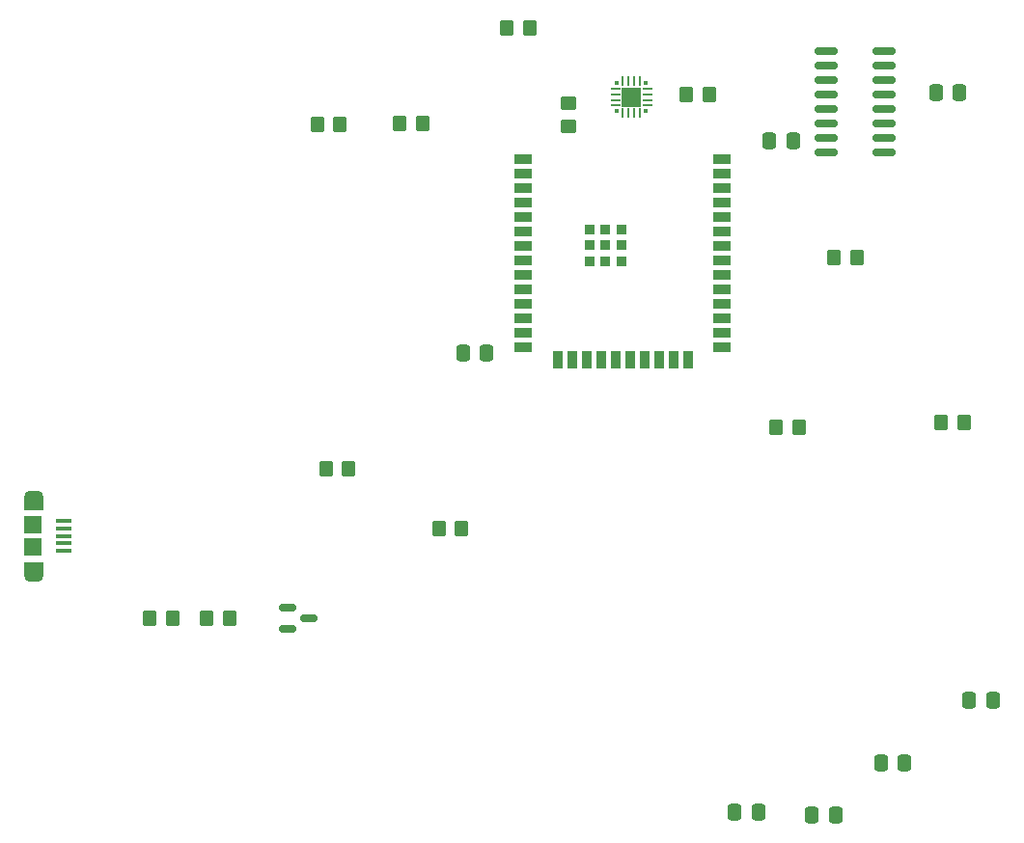
<source format=gbr>
%TF.GenerationSoftware,KiCad,Pcbnew,8.0.8*%
%TF.CreationDate,2025-03-02T22:54:24-06:00*%
%TF.ProjectId,Third Design (PCBWay 1),54686972-6420-4446-9573-69676e202850,rev?*%
%TF.SameCoordinates,Original*%
%TF.FileFunction,Paste,Top*%
%TF.FilePolarity,Positive*%
%FSLAX46Y46*%
G04 Gerber Fmt 4.6, Leading zero omitted, Abs format (unit mm)*
G04 Created by KiCad (PCBNEW 8.0.8) date 2025-03-02 22:54:24*
%MOMM*%
%LPD*%
G01*
G04 APERTURE LIST*
G04 Aperture macros list*
%AMRoundRect*
0 Rectangle with rounded corners*
0 $1 Rounding radius*
0 $2 $3 $4 $5 $6 $7 $8 $9 X,Y pos of 4 corners*
0 Add a 4 corners polygon primitive as box body*
4,1,4,$2,$3,$4,$5,$6,$7,$8,$9,$2,$3,0*
0 Add four circle primitives for the rounded corners*
1,1,$1+$1,$2,$3*
1,1,$1+$1,$4,$5*
1,1,$1+$1,$6,$7*
1,1,$1+$1,$8,$9*
0 Add four rect primitives between the rounded corners*
20,1,$1+$1,$2,$3,$4,$5,0*
20,1,$1+$1,$4,$5,$6,$7,0*
20,1,$1+$1,$6,$7,$8,$9,0*
20,1,$1+$1,$8,$9,$2,$3,0*%
G04 Aperture macros list end*
%ADD10C,0.010000*%
%ADD11RoundRect,0.250000X0.450000X-0.350000X0.450000X0.350000X-0.450000X0.350000X-0.450000X-0.350000X0*%
%ADD12RoundRect,0.250000X-0.350000X-0.450000X0.350000X-0.450000X0.350000X0.450000X-0.350000X0.450000X0*%
%ADD13R,1.350000X0.400000*%
%ADD14R,1.550000X1.500000*%
%ADD15RoundRect,0.250000X-0.337500X-0.475000X0.337500X-0.475000X0.337500X0.475000X-0.337500X0.475000X0*%
%ADD16RoundRect,0.150000X-0.850000X-0.150000X0.850000X-0.150000X0.850000X0.150000X-0.850000X0.150000X0*%
%ADD17R,1.500000X0.900000*%
%ADD18R,0.900000X1.500000*%
%ADD19R,0.900000X0.900000*%
%ADD20RoundRect,0.150000X-0.587500X-0.150000X0.587500X-0.150000X0.587500X0.150000X-0.587500X0.150000X0*%
%ADD21R,0.355600X0.355600*%
%ADD22R,0.254000X0.812800*%
%ADD23R,0.812800X0.254000*%
%ADD24R,1.701800X1.701800*%
G04 APERTURE END LIST*
D10*
%TO.C,J18*%
X105076000Y-106840000D02*
X105102000Y-106842000D01*
X105128000Y-106845000D01*
X105154000Y-106850000D01*
X105179000Y-106856000D01*
X105205000Y-106863000D01*
X105229000Y-106872000D01*
X105253000Y-106882000D01*
X105277000Y-106893000D01*
X105300000Y-106906000D01*
X105322000Y-106920000D01*
X105344000Y-106934000D01*
X105365000Y-106950000D01*
X105385000Y-106967000D01*
X105404000Y-106985000D01*
X105422000Y-107004000D01*
X105439000Y-107024000D01*
X105455000Y-107045000D01*
X105469000Y-107067000D01*
X105483000Y-107089000D01*
X105496000Y-107112000D01*
X105507000Y-107136000D01*
X105517000Y-107160000D01*
X105526000Y-107184000D01*
X105533000Y-107210000D01*
X105539000Y-107235000D01*
X105544000Y-107261000D01*
X105547000Y-107287000D01*
X105549000Y-107313000D01*
X105550000Y-107339000D01*
X105550000Y-108484000D01*
X104000000Y-108484000D01*
X104000000Y-107339000D01*
X104001000Y-107313000D01*
X104003000Y-107287000D01*
X104006000Y-107261000D01*
X104011000Y-107235000D01*
X104017000Y-107210000D01*
X104024000Y-107184000D01*
X104033000Y-107160000D01*
X104043000Y-107136000D01*
X104054000Y-107112000D01*
X104067000Y-107089000D01*
X104081000Y-107067000D01*
X104095000Y-107045000D01*
X104111000Y-107024000D01*
X104128000Y-107004000D01*
X104146000Y-106985000D01*
X104165000Y-106967000D01*
X104185000Y-106950000D01*
X104206000Y-106934000D01*
X104228000Y-106920000D01*
X104250000Y-106906000D01*
X104273000Y-106893000D01*
X104297000Y-106882000D01*
X104321000Y-106872000D01*
X104345000Y-106863000D01*
X104371000Y-106856000D01*
X104396000Y-106850000D01*
X104422000Y-106845000D01*
X104448000Y-106842000D01*
X104474000Y-106840000D01*
X104500000Y-106839000D01*
X105050000Y-106839000D01*
X105076000Y-106840000D01*
G36*
X105076000Y-106840000D02*
G01*
X105102000Y-106842000D01*
X105128000Y-106845000D01*
X105154000Y-106850000D01*
X105179000Y-106856000D01*
X105205000Y-106863000D01*
X105229000Y-106872000D01*
X105253000Y-106882000D01*
X105277000Y-106893000D01*
X105300000Y-106906000D01*
X105322000Y-106920000D01*
X105344000Y-106934000D01*
X105365000Y-106950000D01*
X105385000Y-106967000D01*
X105404000Y-106985000D01*
X105422000Y-107004000D01*
X105439000Y-107024000D01*
X105455000Y-107045000D01*
X105469000Y-107067000D01*
X105483000Y-107089000D01*
X105496000Y-107112000D01*
X105507000Y-107136000D01*
X105517000Y-107160000D01*
X105526000Y-107184000D01*
X105533000Y-107210000D01*
X105539000Y-107235000D01*
X105544000Y-107261000D01*
X105547000Y-107287000D01*
X105549000Y-107313000D01*
X105550000Y-107339000D01*
X105550000Y-108484000D01*
X104000000Y-108484000D01*
X104000000Y-107339000D01*
X104001000Y-107313000D01*
X104003000Y-107287000D01*
X104006000Y-107261000D01*
X104011000Y-107235000D01*
X104017000Y-107210000D01*
X104024000Y-107184000D01*
X104033000Y-107160000D01*
X104043000Y-107136000D01*
X104054000Y-107112000D01*
X104067000Y-107089000D01*
X104081000Y-107067000D01*
X104095000Y-107045000D01*
X104111000Y-107024000D01*
X104128000Y-107004000D01*
X104146000Y-106985000D01*
X104165000Y-106967000D01*
X104185000Y-106950000D01*
X104206000Y-106934000D01*
X104228000Y-106920000D01*
X104250000Y-106906000D01*
X104273000Y-106893000D01*
X104297000Y-106882000D01*
X104321000Y-106872000D01*
X104345000Y-106863000D01*
X104371000Y-106856000D01*
X104396000Y-106850000D01*
X104422000Y-106845000D01*
X104448000Y-106842000D01*
X104474000Y-106840000D01*
X104500000Y-106839000D01*
X105050000Y-106839000D01*
X105076000Y-106840000D01*
G37*
X105550000Y-114229000D02*
X105549000Y-114255000D01*
X105547000Y-114281000D01*
X105544000Y-114307000D01*
X105539000Y-114333000D01*
X105533000Y-114358000D01*
X105526000Y-114384000D01*
X105517000Y-114408000D01*
X105507000Y-114432000D01*
X105496000Y-114456000D01*
X105483000Y-114479000D01*
X105469000Y-114501000D01*
X105455000Y-114523000D01*
X105439000Y-114544000D01*
X105422000Y-114564000D01*
X105404000Y-114583000D01*
X105385000Y-114601000D01*
X105365000Y-114618000D01*
X105344000Y-114634000D01*
X105322000Y-114648000D01*
X105300000Y-114662000D01*
X105277000Y-114675000D01*
X105253000Y-114686000D01*
X105229000Y-114696000D01*
X105205000Y-114705000D01*
X105179000Y-114712000D01*
X105154000Y-114718000D01*
X105128000Y-114723000D01*
X105102000Y-114726000D01*
X105076000Y-114728000D01*
X105050000Y-114729000D01*
X104500000Y-114729000D01*
X104474000Y-114728000D01*
X104448000Y-114726000D01*
X104422000Y-114723000D01*
X104396000Y-114718000D01*
X104371000Y-114712000D01*
X104345000Y-114705000D01*
X104321000Y-114696000D01*
X104297000Y-114686000D01*
X104273000Y-114675000D01*
X104250000Y-114662000D01*
X104228000Y-114648000D01*
X104206000Y-114634000D01*
X104185000Y-114618000D01*
X104165000Y-114601000D01*
X104146000Y-114583000D01*
X104128000Y-114564000D01*
X104111000Y-114544000D01*
X104095000Y-114523000D01*
X104081000Y-114501000D01*
X104067000Y-114479000D01*
X104054000Y-114456000D01*
X104043000Y-114432000D01*
X104033000Y-114408000D01*
X104024000Y-114384000D01*
X104017000Y-114358000D01*
X104011000Y-114333000D01*
X104006000Y-114307000D01*
X104003000Y-114281000D01*
X104001000Y-114255000D01*
X104000000Y-114229000D01*
X104000000Y-113084000D01*
X105550000Y-113084000D01*
X105550000Y-114229000D01*
G36*
X105550000Y-114229000D02*
G01*
X105549000Y-114255000D01*
X105547000Y-114281000D01*
X105544000Y-114307000D01*
X105539000Y-114333000D01*
X105533000Y-114358000D01*
X105526000Y-114384000D01*
X105517000Y-114408000D01*
X105507000Y-114432000D01*
X105496000Y-114456000D01*
X105483000Y-114479000D01*
X105469000Y-114501000D01*
X105455000Y-114523000D01*
X105439000Y-114544000D01*
X105422000Y-114564000D01*
X105404000Y-114583000D01*
X105385000Y-114601000D01*
X105365000Y-114618000D01*
X105344000Y-114634000D01*
X105322000Y-114648000D01*
X105300000Y-114662000D01*
X105277000Y-114675000D01*
X105253000Y-114686000D01*
X105229000Y-114696000D01*
X105205000Y-114705000D01*
X105179000Y-114712000D01*
X105154000Y-114718000D01*
X105128000Y-114723000D01*
X105102000Y-114726000D01*
X105076000Y-114728000D01*
X105050000Y-114729000D01*
X104500000Y-114729000D01*
X104474000Y-114728000D01*
X104448000Y-114726000D01*
X104422000Y-114723000D01*
X104396000Y-114718000D01*
X104371000Y-114712000D01*
X104345000Y-114705000D01*
X104321000Y-114696000D01*
X104297000Y-114686000D01*
X104273000Y-114675000D01*
X104250000Y-114662000D01*
X104228000Y-114648000D01*
X104206000Y-114634000D01*
X104185000Y-114618000D01*
X104165000Y-114601000D01*
X104146000Y-114583000D01*
X104128000Y-114564000D01*
X104111000Y-114544000D01*
X104095000Y-114523000D01*
X104081000Y-114501000D01*
X104067000Y-114479000D01*
X104054000Y-114456000D01*
X104043000Y-114432000D01*
X104033000Y-114408000D01*
X104024000Y-114384000D01*
X104017000Y-114358000D01*
X104011000Y-114333000D01*
X104006000Y-114307000D01*
X104003000Y-114281000D01*
X104001000Y-114255000D01*
X104000000Y-114229000D01*
X104000000Y-113084000D01*
X105550000Y-113084000D01*
X105550000Y-114229000D01*
G37*
%TD*%
D11*
%TO.C,R3*%
X151765000Y-74803000D03*
X151765000Y-72803000D03*
%TD*%
D12*
%TO.C,R5*%
X184436000Y-100838000D03*
X186436000Y-100838000D03*
%TD*%
%TO.C,R13*%
X115000000Y-118000000D03*
X117000000Y-118000000D03*
%TD*%
D13*
%TO.C,J18*%
X107450000Y-109484000D03*
X107450000Y-110134000D03*
X107450000Y-110784000D03*
X107450000Y-111434000D03*
X107450000Y-112084000D03*
D14*
X104775000Y-111784000D03*
X104775000Y-109784000D03*
%TD*%
D12*
%TO.C,R9*%
X169958000Y-101219000D03*
X171958000Y-101219000D03*
%TD*%
D15*
%TO.C,C3*%
X169375000Y-76073000D03*
X171450000Y-76073000D03*
%TD*%
D16*
%TO.C,U6*%
X174371000Y-68199000D03*
X174371000Y-69469000D03*
X174371000Y-70739000D03*
X174371000Y-72009000D03*
X174371000Y-73279000D03*
X174371000Y-74549000D03*
X174371000Y-75819000D03*
X174371000Y-77089000D03*
X179371000Y-77089000D03*
X179371000Y-75819000D03*
X179371000Y-74549000D03*
X179371000Y-73279000D03*
X179371000Y-72009000D03*
X179371000Y-70739000D03*
X179371000Y-69469000D03*
X179371000Y-68199000D03*
%TD*%
D15*
%TO.C,C6*%
X173101000Y-135255000D03*
X175176000Y-135255000D03*
%TD*%
%TO.C,C1*%
X183980000Y-71882000D03*
X186055000Y-71882000D03*
%TD*%
D12*
%TO.C,R8*%
X130461000Y-104902000D03*
X132461000Y-104902000D03*
%TD*%
D17*
%TO.C,U2*%
X147727000Y-77724000D03*
X147727000Y-78994000D03*
X147727000Y-80264000D03*
X147727000Y-81534000D03*
X147727000Y-82804000D03*
X147727000Y-84074000D03*
X147727000Y-85344000D03*
X147727000Y-86614000D03*
X147727000Y-87884000D03*
X147727000Y-89154000D03*
X147727000Y-90424000D03*
X147727000Y-91694000D03*
X147727000Y-92964000D03*
X147727000Y-94234000D03*
D18*
X150762000Y-95329000D03*
X152032000Y-95329000D03*
X153302000Y-95329000D03*
X154572000Y-95329000D03*
X155842000Y-95329000D03*
X157112000Y-95329000D03*
X158382000Y-95329000D03*
X159652000Y-95329000D03*
X160922000Y-95329000D03*
X162192000Y-95329000D03*
D17*
X165227000Y-94234000D03*
X165227000Y-92964000D03*
X165227000Y-91694000D03*
X165227000Y-90424000D03*
X165227000Y-89154000D03*
X165227000Y-87884000D03*
X165227000Y-86614000D03*
X165227000Y-85344000D03*
X165227000Y-84074000D03*
X165227000Y-82804000D03*
X165227000Y-81534000D03*
X165227000Y-80264000D03*
X165227000Y-78994000D03*
X165227000Y-77724000D03*
D19*
X153577000Y-83889000D03*
X153577000Y-85289000D03*
X153577000Y-86689000D03*
X154977000Y-83889000D03*
X154977000Y-85289000D03*
X154977000Y-86689000D03*
X156377000Y-83889000D03*
X156377000Y-85289000D03*
X156377000Y-86689000D03*
%TD*%
D12*
%TO.C,R1*%
X136906000Y-74549000D03*
X138906000Y-74549000D03*
%TD*%
%TO.C,R11*%
X146336000Y-66167000D03*
X148336000Y-66167000D03*
%TD*%
%TO.C,R10*%
X140367000Y-110109000D03*
X142367000Y-110109000D03*
%TD*%
%TO.C,R2*%
X129699000Y-74676000D03*
X131699000Y-74676000D03*
%TD*%
D15*
%TO.C,C4*%
X142472500Y-94742000D03*
X144547500Y-94742000D03*
%TD*%
D20*
%TO.C,Q1*%
X127062500Y-117050000D03*
X127062500Y-118950000D03*
X128937500Y-118000000D03*
%TD*%
D12*
%TO.C,R4*%
X175038000Y-86360000D03*
X177038000Y-86360000D03*
%TD*%
D15*
%TO.C,C7*%
X186901000Y-125222000D03*
X188976000Y-125222000D03*
%TD*%
D12*
%TO.C,R12*%
X162084000Y-72009000D03*
X164084000Y-72009000D03*
%TD*%
%TO.C,R14*%
X120000000Y-118000000D03*
X122000000Y-118000000D03*
%TD*%
D15*
%TO.C,C5*%
X166327000Y-135001000D03*
X168402000Y-135001000D03*
%TD*%
%TO.C,C8*%
X179154000Y-130683000D03*
X181229000Y-130683000D03*
%TD*%
D21*
%TO.C,U7*%
X158487872Y-71013000D03*
D22*
X157988000Y-70866000D03*
X157487874Y-70866000D03*
X156987748Y-70866000D03*
X156487622Y-70866000D03*
D21*
X155987750Y-71013000D03*
D23*
X155840811Y-71512811D03*
X155840811Y-72012937D03*
X155840811Y-72513063D03*
X155840811Y-73013189D03*
D21*
X155987750Y-73513000D03*
D22*
X156487622Y-73660000D03*
X156987748Y-73660000D03*
X157487874Y-73660000D03*
X157988000Y-73660000D03*
D21*
X158487872Y-73513000D03*
D23*
X158634811Y-73013189D03*
X158634811Y-72513063D03*
X158634811Y-72012937D03*
X158634811Y-71512811D03*
D24*
X157237811Y-72263000D03*
%TD*%
M02*

</source>
